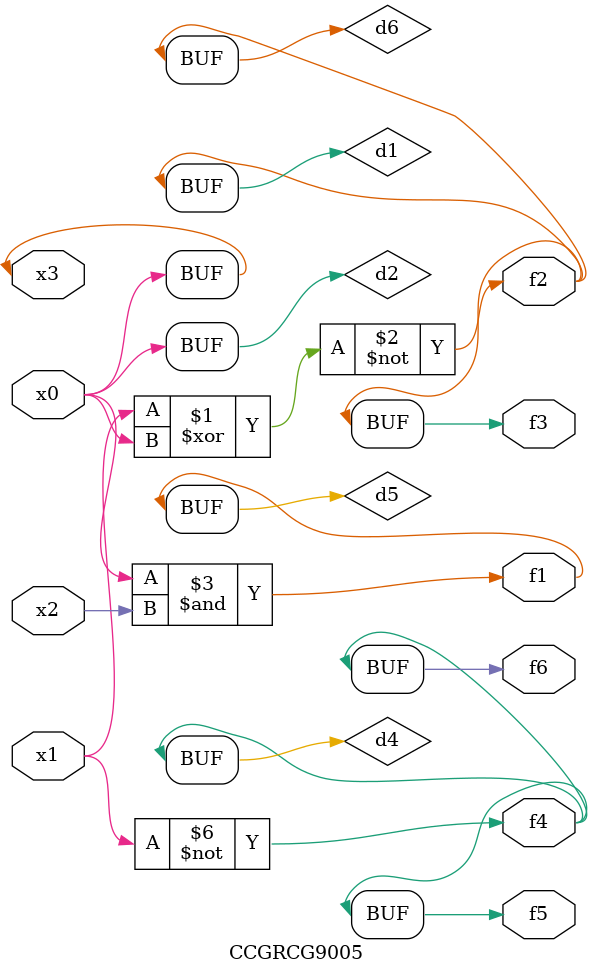
<source format=v>
module CCGRCG9005(
	input x0, x1, x2, x3,
	output f1, f2, f3, f4, f5, f6
);

	wire d1, d2, d3, d4, d5, d6;

	xnor (d1, x1, x3);
	buf (d2, x0, x3);
	nand (d3, x0, x2);
	not (d4, x1);
	nand (d5, d3);
	or (d6, d1);
	assign f1 = d5;
	assign f2 = d6;
	assign f3 = d6;
	assign f4 = d4;
	assign f5 = d4;
	assign f6 = d4;
endmodule

</source>
